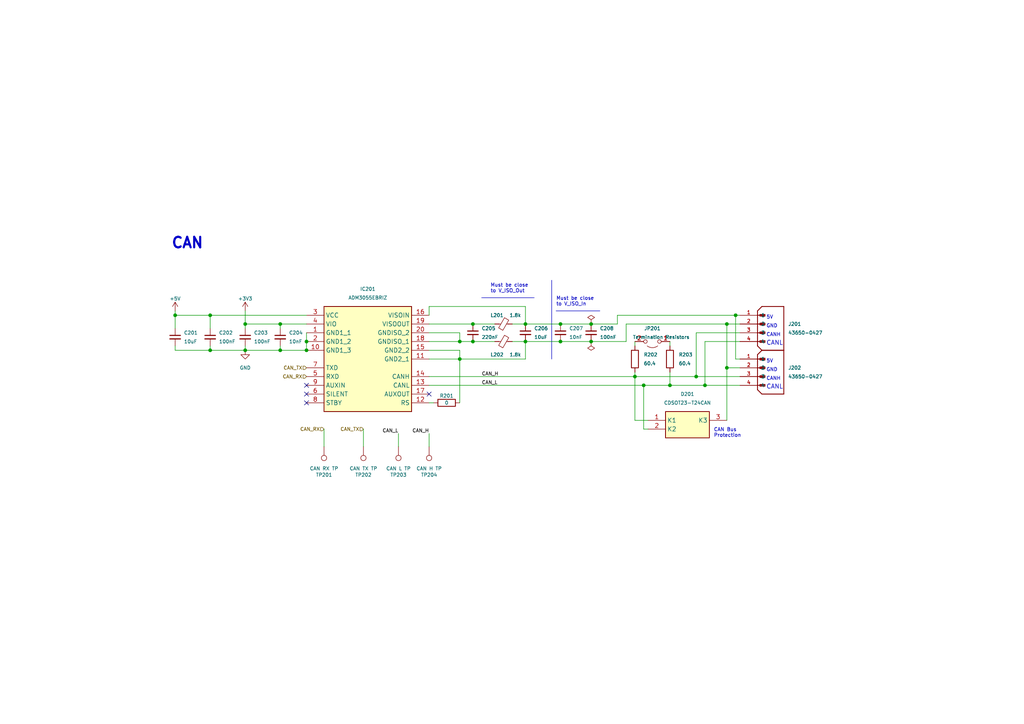
<source format=kicad_sch>
(kicad_sch (version 20230121) (generator eeschema)
  (paper "A4")
  (title_block (title "Blackbody B") (date "2023-07-16") (rev "v0.2.0") (company "LHR Solar") (comment 1 "Matthew Yu") (comment 2 "Jacob Pustilnik") (comment 3 "Gary Hallock"))
  (lib_symbols
    (symbol "Connector:TestPoint" (pin_numbers hide) (pin_names (offset 0.762) hide)
      (property "Reference" "TP" (at 0 6.858 0))
      (property "Value" "TestPoint" (at 0 5.08 0))
      (symbol "TestPoint_0_1"
        (circle (center 0 3.302) (radius 0.762))
      )
      (symbol "TestPoint_1_1"
        (pin passive line (at 0 0 90) (length 2.54) (name "1") (number "1"))
      )
    )
    (symbol "Device:C_Small" (pin_numbers hide) (pin_names (offset 0.254) hide)
      (property "Reference" "C" (at 0.254 1.778 0))
      (property "Value" "C_Small" (at 0.254 -2.032 0))
      (symbol "C_Small_0_1"
        (polyline (pts (xy -1.524 -0.508) (xy 1.524 -0.508)) (stroke (width 0.3302)))
        (polyline (pts (xy -1.524 0.508) (xy 1.524 0.508)) (stroke (width 0.3048)))
      )
      (symbol "C_Small_1_1"
        (pin passive line (at 0 2.54 270) (length 2.032) (name "~") (number "1"))
        (pin passive line (at 0 -2.54 90) (length 2.032) (name "~") (number "2"))
      )
    )
    (symbol "Device:FerriteBead_Small" (pin_numbers hide) (pin_names (offset 0))
      (property "Reference" "FB" (at 1.905 1.27 0))
      (property "Value" "FerriteBead_Small" (at 1.905 -1.27 0))
      (symbol "FerriteBead_Small_0_1"
        (polyline (pts (xy 0 -1.27) (xy 0 -0.7874)))
        (polyline (pts (xy 0 0.889) (xy 0 1.2954)))
        (polyline (pts (xy -1.8288 0.2794) (xy -1.1176 1.4986) (xy 1.8288 -0.2032) (xy 1.1176 -1.4224) (xy -1.8288 0.2794)))
      )
      (symbol "FerriteBead_Small_1_1"
        (pin passive line (at 0 2.54 270) (length 1.27) (name "~") (number "1"))
        (pin passive line (at 0 -2.54 90) (length 1.27) (name "~") (number "2"))
      )
    )
    (symbol "Device:R" (pin_numbers hide) (pin_names (offset 0))
      (property "Reference" "R" (at 2.032 0 90))
      (property "Value" "R" (at 0 0 90))
      (symbol "R_0_1"
        (rectangle (start -1.016 -2.54) (end 1.016 2.54) (stroke (width 0.254)))
      )
      (symbol "R_1_1"
        (pin passive line (at 0 3.81 270) (length 1.27) (name "~") (number "1"))
        (pin passive line (at 0 -3.81 90) (length 1.27) (name "~") (number "2"))
      )
    )
    (symbol "Jumper:Jumper_2_Open" (pin_names (offset 0) hide)
      (property "Reference" "JP" (at 0 2.794 0))
      (property "Value" "Jumper_2_Open" (at 0 -2.286 0))
      (symbol "Jumper_2_Open_0_0"
        (circle (center -2.032 0) (radius 0.508))
        (circle (center 2.032 0) (radius 0.508))
      )
      (symbol "Jumper_2_Open_0_1"
        (arc (start 1.524 1.27) (mid 0 1.778) (end -1.524 1.27))
      )
      (symbol "Jumper_2_Open_1_1"
        (pin passive line (at -5.08 0 0) (length 2.54) (name "A") (number "1"))
        (pin passive line (at 5.08 0 180) (length 2.54) (name "B") (number "2"))
      )
    )
    (symbol "analog_ADM3055EBRIZ:ADM3055EBRIZ"
      (property "Reference" "IC" (at 31.75 7.62 0))
      (property "Value" "ADM3055EBRIZ" (at 31.75 5.08 0))
      (symbol "ADM3055EBRIZ_1_1"
        (rectangle (start 5.08 2.54) (end 30.48 -27.94) (stroke (width 0.254)) (fill (type background)))
        (pin passive line (at 0 -5.08 0) (length 5.08) (name "GND1_1") (number "1"))
        (pin passive line (at 0 -10.16 0) (length 5.08) (name "GND1_3") (number "10"))
        (pin passive line (at 35.56 -12.7 180) (length 5.08) (name "GND2_1") (number "11"))
        (pin passive line (at 35.56 -25.4 180) (length 5.08) (name "RS") (number "12"))
        (pin passive line (at 35.56 -20.32 180) (length 5.08) (name "CANL") (number "13"))
        (pin passive line (at 35.56 -17.78 180) (length 5.08) (name "CANH") (number "14"))
        (pin passive line (at 35.56 -10.16 180) (length 5.08) (name "GND2_2") (number "15"))
        (pin passive line (at 35.56 0 180) (length 5.08) (name "VISOIN") (number "16"))
        (pin passive line (at 35.56 -22.86 180) (length 5.08) (name "AUXOUT") (number "17"))
        (pin passive line (at 35.56 -7.62 180) (length 5.08) (name "GNDISO_1") (number "18"))
        (pin passive line (at 35.56 -2.54 180) (length 5.08) (name "VISOOUT") (number "19"))
        (pin passive line (at 0 -7.62 0) (length 5.08) (name "GND1_2") (number "2"))
        (pin passive line (at 35.56 -5.08 180) (length 5.08) (name "GNDISO_2") (number "20"))
        (pin passive line (at 0 0 0) (length 5.08) (name "VCC") (number "3"))
        (pin passive line (at 0 -2.54 0) (length 5.08) (name "VIO") (number "4"))
        (pin passive line (at 0 -17.78 0) (length 5.08) (name "RXD") (number "5"))
        (pin passive line (at 0 -22.86 0) (length 5.08) (name "SILENT") (number "6"))
        (pin passive line (at 0 -15.24 0) (length 5.08) (name "TXD") (number "7"))
        (pin passive line (at 0 -25.4 0) (length 5.08) (name "STBY") (number "8"))
        (pin passive line (at 0 -20.32 0) (length 5.08) (name "AUXIN") (number "9"))
      )
    )
    (symbol "bourns_CDSOT23_T24CAN:CDSOT23-T24CAN"
      (property "Reference" "D" (at 19.05 7.62 0))
      (property "Value" "CDSOT23-T24CAN" (at 19.05 5.08 0))
      (symbol "CDSOT23-T24CAN_1_1"
        (rectangle (start 5.08 2.54) (end 17.78 -5.08) (stroke (width 0.254)) (fill (type background)))
        (pin passive line (at 0 0 0) (length 5.08) (name "K1") (number "1"))
        (pin passive line (at 0 -2.54 0) (length 5.08) (name "K2") (number "2"))
        (pin passive line (at 22.86 0 180) (length 5.08) (name "K3") (number "3"))
      )
    )
    (symbol "molex_microfit_43650_0427:43650-0427" (pin_names (offset 1.016))
      (property "Reference" "J" (at 0 6.35 0))
      (property "Value" "43650-0427" (at 0 -10.16 0))
      (symbol "43650-0427_0_0"
        (polyline (pts (xy 0 -6.35) (xy 1.27 -7.62)) (stroke (width 0.254)))
        (polyline (pts (xy 0 -5.08) (xy 1.905 -5.08)) (stroke (width 0.254)))
        (polyline (pts (xy 0 -2.54) (xy 1.905 -2.54)) (stroke (width 0.254)))
        (polyline (pts (xy 0 0) (xy 1.905 0)) (stroke (width 0.254)))
        (polyline (pts (xy 0 2.54) (xy 0 -6.35)) (stroke (width 0.254)))
        (polyline (pts (xy 0 2.54) (xy 1.905 2.54)) (stroke (width 0.254)))
        (polyline (pts (xy 0 3.81) (xy 0 2.54)) (stroke (width 0.254)))
        (polyline (pts (xy 0 3.81) (xy 1.27 5.08)) (stroke (width 0.254)))
        (polyline (pts (xy 1.27 -7.62) (xy 7.62 -7.62)) (stroke (width 0.254)))
        (polyline (pts (xy 7.62 -7.62) (xy 7.62 5.08)) (stroke (width 0.254)))
        (polyline (pts (xy 7.62 5.08) (xy 1.27 5.08)) (stroke (width 0.254)))
        (rectangle (start 0.635 -5.3975) (end 2.2225 -4.7625) (stroke (width 0.1)) (fill (type outline)))
        (rectangle (start 0.635 -2.8575) (end 2.2225 -2.2225) (stroke (width 0.1)) (fill (type outline)))
        (rectangle (start 0.635 -0.3175) (end 2.2225 0.3175) (stroke (width 0.1)) (fill (type outline)))
        (rectangle (start 0.635 2.2225) (end 2.2225 2.8575) (stroke (width 0.1)) (fill (type outline)))
        (pin passive line (at -5.08 2.54 0) (length 5.08) (name "1") (number "1"))
        (pin passive line (at -5.08 0 0) (length 5.08) (name "2") (number "2"))
        (pin passive line (at -5.08 -2.54 0) (length 5.08) (name "3") (number "3"))
        (pin passive line (at -5.08 -5.08 0) (length 5.08) (name "4") (number "4"))
      )
    )
    (symbol "power:+3V3" (power) (pin_names (offset 0))
      (property "Value" "+3V3" (at 0 3.556 0))
      (symbol "+3V3_0_1"
        (polyline (pts (xy -0.762 1.27) (xy 0 2.54)))
        (polyline (pts (xy 0 0) (xy 0 2.54)))
        (polyline (pts (xy 0 2.54) (xy 0.762 1.27)))
      )
      (symbol "+3V3_1_1"
        (pin power_in line (at 0 0 90) (length 0) hide (name "+3V3") (number "1"))
      )
    )
    (symbol "power:+5V" (power) (pin_names (offset 0))
      (property "Value" "+5V" (at 0 3.556 0))
      (symbol "+5V_0_1"
        (polyline (pts (xy -0.762 1.27) (xy 0 2.54)))
        (polyline (pts (xy 0 0) (xy 0 2.54)))
        (polyline (pts (xy 0 2.54) (xy 0.762 1.27)))
      )
      (symbol "+5V_1_1"
        (pin power_in line (at 0 0 90) (length 0) hide (name "+5V") (number "1"))
      )
    )
    (symbol "power:GND" (power) (pin_names (offset 0))
      (property "Value" "GND" (at 0 -3.81 0))
      (symbol "GND_0_1"
        (polyline (pts (xy 0 0) (xy 0 -1.27) (xy 1.27 -1.27) (xy 0 -2.54) (xy -1.27 -1.27) (xy 0 -1.27)))
      )
      (symbol "GND_1_1"
        (pin power_in line (at 0 0 270) (length 0) hide (name "GND") (number "1"))
      )
    )
    (symbol "power:PWR_FLAG" (power) (pin_numbers hide) (pin_names (offset 0) hide)
      (property "Value" "PWR_FLAG" (at 0 3.81 0))
      (symbol "PWR_FLAG_0_0"
        (pin power_out line (at 0 0 90) (length 0) (name "pwr") (number "1"))
      )
      (symbol "PWR_FLAG_0_1"
        (polyline (pts (xy 0 0) (xy 0 1.27) (xy -1.016 1.905) (xy 0 2.54) (xy 1.016 1.905) (xy 0 1.27)))
      )
    )
  )
  (junction (at 133.35 104.14))
  (junction (at 186.69 111.76))
  (junction (at 81.28 101.6))
  (junction (at 210.82 93.98))
  (junction (at 71.12 101.6))
  (junction (at 204.47 111.76))
  (junction (at 137.16 99.06))
  (junction (at 162.56 99.06))
  (junction (at 60.96 101.6))
  (junction (at 60.96 91.44))
  (junction (at 133.35 99.06))
  (junction (at 71.12 93.98))
  (junction (at 162.56 93.98))
  (junction (at 88.9 99.06))
  (junction (at 152.4 93.98))
  (junction (at 81.28 93.98))
  (junction (at 50.8 91.44))
  (junction (at 88.9 101.6))
  (junction (at 137.16 93.98))
  (junction (at 184.15 109.22))
  (junction (at 171.45 93.98))
  (junction (at 194.31 111.76))
  (junction (at 201.93 109.22))
  (junction (at 152.4 99.06))
  (junction (at 171.45 99.06))
  (junction (at 210.82 106.68))
  (junction (at 213.36 91.44))
  (no_connect (at 88.9 114.3))
  (no_connect (at 124.46 114.3))
  (no_connect (at 88.9 116.84))
  (no_connect (at 88.9 111.76))
  (wire (pts (xy 148.59 99.06) (xy 152.4 99.06)))
  (wire (pts (xy 137.16 99.06) (xy 143.51 99.06)))
  (wire (pts (xy 88.9 96.52) (xy 88.9 99.06)))
  (wire (pts (xy 133.35 99.06) (xy 137.16 99.06)))
  (wire (pts (xy 124.46 116.84) (xy 125.73 116.84)))
  (wire (pts (xy 137.16 93.98) (xy 143.51 93.98)))
  (wire (pts (xy 81.28 101.6) (xy 81.28 100.33)))
  (wire (pts (xy 210.82 106.68) (xy 214.63 106.68)))
  (wire (pts (xy 71.12 101.6) (xy 81.28 101.6)))
  (wire (pts (xy 71.12 93.98) (xy 81.28 93.98)))
  (wire (pts (xy 124.46 88.9) (xy 152.4 88.9)))
  (wire (pts (xy 186.69 124.46) (xy 187.96 124.46)))
  (wire (pts (xy 194.31 111.76) (xy 204.47 111.76)))
  (wire (pts (xy 133.35 96.52) (xy 133.35 99.06)))
  (wire (pts (xy 133.35 104.14) (xy 133.35 101.6)))
  (wire (pts (xy 71.12 90.17) (xy 71.12 93.98)))
  (wire (pts (xy 71.12 100.33) (xy 71.12 101.6)))
  (wire (pts (xy 60.96 100.33) (xy 60.96 101.6)))
  (wire (pts (xy 184.15 109.22) (xy 184.15 107.95)))
  (wire (pts (xy 60.96 101.6) (xy 71.12 101.6)))
  (wire (pts (xy 133.35 116.84) (xy 133.35 104.14)))
  (wire (pts (xy 194.31 99.06) (xy 194.31 100.33)))
  (wire (pts (xy 124.46 125.73) (xy 124.46 129.54)))
  (wire (pts (xy 105.41 124.46) (xy 105.41 129.54)))
  (wire (pts (xy 179.07 93.98) (xy 179.07 91.44)))
  (wire (pts (xy 204.47 111.76) (xy 214.63 111.76)))
  (wire (pts (xy 210.82 106.68) (xy 210.82 121.92)))
  (polyline (pts (xy 160.02 81.28) (xy 160.02 104.14)))
  (wire (pts (xy 124.46 93.98) (xy 137.16 93.98)))
  (wire (pts (xy 152.4 99.06) (xy 152.4 104.14)))
  (wire (pts (xy 213.36 91.44) (xy 213.36 104.14)))
  (wire (pts (xy 50.8 100.33) (xy 50.8 101.6)))
  (wire (pts (xy 210.82 93.98) (xy 214.63 93.98)))
  (wire (pts (xy 88.9 91.44) (xy 60.96 91.44)))
  (wire (pts (xy 181.61 93.98) (xy 210.82 93.98)))
  (wire (pts (xy 162.56 93.98) (xy 171.45 93.98)))
  (wire (pts (xy 81.28 93.98) (xy 88.9 93.98)))
  (wire (pts (xy 124.46 109.22) (xy 184.15 109.22)))
  (wire (pts (xy 115.57 125.73) (xy 115.57 129.54)))
  (wire (pts (xy 184.15 99.06) (xy 184.15 100.33)))
  (wire (pts (xy 124.46 88.9) (xy 124.46 91.44)))
  (wire (pts (xy 124.46 101.6) (xy 133.35 101.6)))
  (wire (pts (xy 148.59 93.98) (xy 152.4 93.98)))
  (wire (pts (xy 50.8 101.6) (xy 60.96 101.6)))
  (wire (pts (xy 152.4 88.9) (xy 152.4 93.98)))
  (wire (pts (xy 81.28 101.6) (xy 88.9 101.6)))
  (wire (pts (xy 93.98 124.46) (xy 93.98 129.54)))
  (wire (pts (xy 152.4 93.98) (xy 162.56 93.98)))
  (wire (pts (xy 186.69 111.76) (xy 186.69 124.46)))
  (wire (pts (xy 186.69 111.76) (xy 194.31 111.76)))
  (wire (pts (xy 213.36 104.14) (xy 214.63 104.14)))
  (wire (pts (xy 133.35 104.14) (xy 152.4 104.14)))
  (wire (pts (xy 50.8 91.44) (xy 50.8 95.25)))
  (wire (pts (xy 210.82 93.98) (xy 210.82 106.68)))
  (wire (pts (xy 171.45 93.98) (xy 179.07 93.98)))
  (wire (pts (xy 152.4 99.06) (xy 162.56 99.06)))
  (wire (pts (xy 204.47 111.76) (xy 204.47 99.06)))
  (wire (pts (xy 124.46 104.14) (xy 133.35 104.14)))
  (wire (pts (xy 201.93 96.52) (xy 214.63 96.52)))
  (wire (pts (xy 60.96 91.44) (xy 50.8 91.44)))
  (wire (pts (xy 194.31 111.76) (xy 194.31 107.95)))
  (wire (pts (xy 124.46 96.52) (xy 133.35 96.52)))
  (wire (pts (xy 124.46 111.76) (xy 186.69 111.76)))
  (wire (pts (xy 50.8 90.17) (xy 50.8 91.44)))
  (wire (pts (xy 201.93 109.22) (xy 214.63 109.22)))
  (wire (pts (xy 88.9 99.06) (xy 88.9 101.6)))
  (polyline (pts (xy 161.29 90.17) (xy 173.99 90.17)))
  (wire (pts (xy 81.28 93.98) (xy 81.28 95.25)))
  (wire (pts (xy 171.45 99.06) (xy 181.61 99.06)))
  (wire (pts (xy 181.61 99.06) (xy 181.61 93.98)))
  (wire (pts (xy 204.47 99.06) (xy 214.63 99.06)))
  (wire (pts (xy 162.56 99.06) (xy 171.45 99.06)))
  (wire (pts (xy 124.46 99.06) (xy 133.35 99.06)))
  (wire (pts (xy 184.15 109.22) (xy 184.15 121.92)))
  (wire (pts (xy 213.36 91.44) (xy 214.63 91.44)))
  (wire (pts (xy 201.93 109.22) (xy 201.93 96.52)))
  (wire (pts (xy 184.15 109.22) (xy 201.93 109.22)))
  (polyline (pts (xy 139.7 86.36) (xy 154.94 86.36)))
  (wire (pts (xy 179.07 91.44) (xy 213.36 91.44)))
  (wire (pts (xy 184.15 121.92) (xy 187.96 121.92)))
  (wire (pts (xy 60.96 91.44) (xy 60.96 95.25)))
  (wire (pts (xy 71.12 93.98) (xy 71.12 95.25)))
  (text "CANL" (at 222.25 100.33 0) (effects (font (size 1.27 1.27)) (justify left bottom)))
  (text "CANH" (at 222.25 97.79 0) (effects (font (size 1.016 1.016)) (justify left bottom)))
  (text "GND\n" (at 222.25 107.95 0) (effects (font (size 1.016 1.016)) (justify left bottom)))
  (text "5V" (at 222.25 92.71 0) (effects (font (size 1.016 1.016)) (justify left bottom)))
  (text "5V" (at 222.25 105.41 0) (effects (font (size 1.016 1.016)) (justify left bottom)))
  (text "GND\n" (at 222.25 95.25 0) (effects (font (size 1.016 1.016)) (justify left bottom)))
  (text "CAN Bus\nProtection" (at 207.01 127 0) (effects (font (size 1.016 1.016)) (justify left bottom)))
  (text "CANH" (at 222.25 110.49 0) (effects (font (size 1.016 1.016)) (justify left bottom)))
  (text "CAN" (at 49.53 72.39 0) (effects (font (size 3.048 3.048) (thickness 0.6096) bold) (justify left bottom)))
  (text "Must be close\nto V_ISO_In" (at 161.29 88.9 0) (effects (font (size 1.016 1.016)) (justify left bottom)))
  (text "Must be close\nto V_ISO_Out" (at 142.24 85.09 0) (effects (font (size 1.016 1.016)) (justify left bottom)))
  (text "CANL" (at 222.25 113.03 0) (effects (font (size 1.27 1.27)) (justify left bottom)))
  (label "CAN_L" (at 115.57 125.73 180) (effects (font (size 1 1))))
  (label "CAN_L" (at 139.7 111.76 0) (effects (font (size 1 1))))
  (label "CAN_H" (at 139.7 109.22 0) (effects (font (size 1 1))))
  (label "CAN_H" (at 124.46 125.73 180) (effects (font (size 1 1))))
  (hierarchical_label "CAN_TX" (shape input) (at 105.41 124.46 180) (effects (font (size 1 1))))
  (hierarchical_label "CAN_RX" (shape input) (at 93.98 124.46 180) (effects (font (size 1 1))))
  (hierarchical_label "CAN_TX" (shape input) (at 88.9 106.68 180) (effects (font (size 1 1))))
  (hierarchical_label "CAN_RX" (shape input) (at 88.9 109.22 180) (effects (font (size 1 1))))
  (symbol (lib_id "Device:R") (at 129.54 116.84 90) (unit 1)
    (property "Reference" "R201" (at 129.54 114.808 90) (effects (font (size 1 1))))
    (property "Value" "0" (at 129.54 116.84 90) (effects (font (size 1 1))))
    (property "Footprint" "Resistor_SMD:R_0402_1005Metric" (effects hide))
    (property "Datasheet" "https://datasheet.lcsc.com/lcsc/2206010216_UNI-ROYAL-Uniroyal-Elec-0402WGF0000TCE_C17168.pdf" (effects hide))
    (property "Distributor" "JLCPCB" (effects hide))
    (property "Manufacturer" "UNI-ROYAL(Uniroyal Elec)" (effects hide))
    (property "P/N" "0402WGF0000TCE" (effects hide))
    (property "LCSC Part #" "C17168" (effects hide))
    (property "Cost" "0.0005" (effects hide))
    (instances (project "blackbody_b" (path "" (reference "R201") (unit 1))) (project "blackbody_a" (path "" (reference "R9") (unit 1)) (path "" (reference "R401") (unit 1))))
  )
  (symbol (lib_id "Device:C_Small") (at 60.96 97.79 0) (unit 1)
    (property "Reference" "C202" (at 63.5 96.52 0) (effects (font (size 1 1)) (justify left)))
    (property "Value" "100nF" (at 63.5 99.06 0) (effects (font (size 1 1)) (justify left)))
    (property "Footprint" "Capacitor_SMD:C_0402_1005Metric" (effects hide))
    (property "Datasheet" "https://datasheet.lcsc.com/lcsc/2304140030_Samsung-Electro-Mechanics-CL05B104KO5NNNC_C1525.pdf" (effects hide))
    (property "Distributor" "JLCPCB" (effects hide))
    (property "Manufacturer" "Samsung Electro-Mechanics" (effects hide))
    (property "P/N" "CL05B104KO5NNNC" (effects hide))
    (property "LCSC Part #" "C1525" (effects hide))
    (property "Cost" "0.0008" (effects hide))
    (property "Notes" "Rated for 16V." (effects hide))
    (instances (project "blackbody_b" (path "" (reference "C202") (unit 1))) (project "blackbody_a" (path "" (reference "C6") (unit 1)) (path "" (reference "C402") (unit 1))))
  )
  (symbol (lib_id "Connector:TestPoint") (at 105.41 129.54 180) (unit 1)
    (property "Reference" "TP202" (at 105.41 137.16 0) (effects (font (size 1 1)) (justify bottom)))
    (property "Value" "CAN TX TP" (at 105.41 135.89 0) (effects (font (size 1 1))))
    (property "Footprint" "TestPoint:TestPoint_Pad_1.0x1.0mm" (effects hide))
    (instances (project "blackbody_b" (path "" (reference "TP202") (unit 1))) (project "blackbody_a" (path "" (reference "TP6") (unit 1)) (path "" (reference "TP402") (unit 1))))
  )
  (symbol (lib_id "Device:C_Small") (at 171.45 96.52 0) (unit 1)
    (property "Reference" "C208" (at 173.99 95.25 0) (effects (font (size 1 1)) (justify left)))
    (property "Value" "100nF" (at 173.99 97.79 0) (effects (font (size 1 1)) (justify left)))
    (property "Footprint" "Capacitor_SMD:C_0402_1005Metric" (effects hide))
    (property "Datasheet" "https://datasheet.lcsc.com/lcsc/2304140030_Samsung-Electro-Mechanics-CL05B104KO5NNNC_C1525.pdf" (effects hide))
    (property "Distributor" "JLCPCB" (effects hide))
    (property "Manufacturer" "Samsung Electro-Mechanics" (effects hide))
    (property "P/N" "CL05B104KO5NNNC" (effects hide))
    (property "LCSC Part #" "C1525" (effects hide))
    (property "Cost" "0.0008" (effects hide))
    (property "Notes" "Rated for 16V." (effects hide))
    (instances (project "blackbody_b" (path "" (reference "C208") (unit 1))) (project "blackbody_a" (path "" (reference "C6") (unit 1)) (path "" (reference "C408") (unit 1))))
  )
  (symbol (lib_id "Connector:TestPoint") (at 115.57 129.54 180) (unit 1)
    (property "Reference" "TP203" (at 115.57 137.16 0) (effects (font (size 1 1)) (justify bottom)))
    (property "Value" "CAN L TP" (at 115.57 135.89 0) (effects (font (size 1 1))))
    (property "Footprint" "TestPoint:TestPoint_Pad_1.0x1.0mm" (effects hide))
    (instances (project "blackbody_b" (path "" (reference "TP203") (unit 1))) (project "blackbody_a" (path "" (reference "TP6") (unit 1)) (path "" (reference "TP403") (unit 1))))
  )
  (symbol (lib_id "power:GND") (at 71.12 101.6 0) (unit 1)
    (property "Reference" "#PWR0203" (effects hide))
    (property "Value" "GND" (at 71.12 106.68 0) (effects (font (size 1 1))))
    (instances (project "blackbody_b" (path "" (reference "#PWR0203") (unit 1))) (project "blackbody_a" (path "" (reference "#PWR0403") (unit 1))))
  )
  (symbol (lib_id "Device:R") (at 194.31 104.14 0) (unit 1)
    (property "Reference" "R203" (at 196.85 102.87 0) (effects (font (size 1 1)) (justify left)))
    (property "Value" "60.4" (at 196.85 105.41 0) (effects (font (size 1 1)) (justify left)))
    (property "Footprint" "Resistor_SMD:R_0402_1005Metric" (effects hide))
    (property "Datasheet" "https://datasheet.lcsc.com/lcsc/2205312345_UNI-ROYAL-Uniroyal-Elec-0402WGF604JTCE_C60310.pdf" (effects hide))
    (property "Distributor" "Mouser" (effects hide))
    (property "Manufacturer" "Bourns" (effects hide))
    (property "P/N" "CR0402-FX-60R4GLF" (effects hide))
    (property "Cost" "0.10" (effects hide))
    (property "Notes" "Sub for 60 Ohm. Should be within tolerance." (effects hide))
    (instances (project "blackbody_b" (path "" (reference "R203") (unit 1))) (project "blackbody_a" (path "" (reference "R10") (unit 1)) (path "" (reference "R403") (unit 1))))
  )
  (symbol (lib_id "Connector:TestPoint") (at 93.98 129.54 180) (unit 1)
    (property "Reference" "TP201" (at 93.98 137.16 0) (effects (font (size 1 1)) (justify bottom)))
    (property "Value" "CAN RX TP" (at 93.98 135.89 0) (effects (font (size 1 1))))
    (property "Footprint" "TestPoint:TestPoint_Pad_1.0x1.0mm" (effects hide))
    (instances (project "blackbody_b" (path "" (reference "TP201") (unit 1))) (project "blackbody_a" (path "" (reference "TP6") (unit 1)) (path "" (reference "TP401") (unit 1))))
  )
  (symbol (lib_id "Connector:TestPoint") (at 124.46 129.54 180) (unit 1)
    (property "Reference" "TP204" (at 124.46 137.16 0) (effects (font (size 1 1)) (justify bottom)))
    (property "Value" "CAN H TP" (at 124.46 135.89 0) (effects (font (size 1 1))))
    (property "Footprint" "TestPoint:TestPoint_Pad_1.0x1.0mm" (effects hide))
    (instances (project "blackbody_b" (path "" (reference "TP204") (unit 1))) (project "blackbody_a" (path "" (reference "TP6") (unit 1)) (path "" (reference "TP404") (unit 1))))
  )
  (symbol (lib_id "Device:C_Small") (at 162.56 96.52 0) (unit 1)
    (property "Reference" "C207" (at 165.1 95.25 0) (effects (font (size 1 1)) (justify left)))
    (property "Value" "10nF" (at 165.1 97.79 0) (effects (font (size 1 1)) (justify left)))
    (property "Footprint" "Capacitor_SMD:C_0402_1005Metric" (effects hide))
    (property "Datasheet" "https://datasheet.lcsc.com/lcsc/2304140030_Samsung-Electro-Mechanics-CL05B103KB5NNNC_C15195.pdf" (effects hide))
    (property "Distributor" "JLCPCB" (effects hide))
    (property "Manufacturer" "Samsung Electro-Mechanics" (effects hide))
    (property "P/N" "CL05B103KB5NNNC" (effects hide))
    (property "LCSC Part #" "C15195" (effects hide))
    (property "Cost" "0.0011" (effects hide))
    (property "Notes" "Rated for 50V." (effects hide))
    (instances (project "blackbody_b" (path "" (reference "C207") (unit 1))) (project "blackbody_a" (path "" (reference "C8") (unit 1)) (path "" (reference "C407") (unit 1))))
  )
  (symbol (lib_id "power:+3V3") (at 71.12 90.17 0) (unit 1)
    (property "Reference" "#PWR0202" (effects hide))
    (property "Value" "+3V3" (at 71.12 86.614 0) (effects (font (size 1 1))))
    (instances (project "blackbody_b" (path "" (reference "#PWR0202") (unit 1))) (project "blackbody_a" (path "" (reference "#PWR017") (unit 1)) (path "" (reference "#PWR0402") (unit 1))))
  )
  (symbol (lib_id "power:+5V") (at 50.8 90.17 0) (unit 1)
    (property "Reference" "#PWR0201" (effects hide))
    (property "Value" "+5V" (at 50.8 86.614 0) (effects (font (size 1 1))))
    (instances (project "blackbody_b" (path "" (reference "#PWR0201") (unit 1))) (project "blackbody_a" (path "" (reference "#PWR018") (unit 1)) (path "" (reference "#PWR0401") (unit 1))))
  )
  (symbol (lib_id "Device:C_Small") (at 137.16 96.52 0) (unit 1)
    (property "Reference" "C205" (at 139.7 95.25 0) (effects (font (size 1 1)) (justify left)))
    (property "Value" "220nF" (at 139.7 97.79 0) (effects (font (size 1 1)) (justify left)))
    (property "Footprint" "Capacitor_SMD:C_0402_1005Metric" (effects hide))
    (property "Datasheet" "https://datasheet.lcsc.com/lcsc/2304140030_Samsung-Electro-Mechanics-CL05B224KO5NNNC-_C16772.pdf" (effects hide))
    (property "Distributor" "JLCPCB" (effects hide))
    (property "Manufacturer" "Samsung Electro-Mechanics" (effects hide))
    (property "P/N" "CL05B224KO5NNNC" (effects hide))
    (property "LCSC Part #" "C16772" (effects hide))
    (property "Cost" "0.0048" (effects hide))
    (property "Notes" "Rated for 16V." (effects hide))
    (instances (project "blackbody_b" (path "" (reference "C205") (unit 1))) (project "blackbody_a" (path "" (reference "C9") (unit 1)) (path "" (reference "C405") (unit 1))))
  )
  (symbol (lib_id "bourns_CDSOT23_T24CAN:CDSOT23-T24CAN") (at 187.96 121.92 0) (unit 1)
    (property "Reference" "D201" (at 199.39 114.3 0) (effects (font (size 1 1))))
    (property "Value" "CDSOT23-T24CAN" (at 199.39 116.84 0) (effects (font (size 1 1))))
    (property "Footprint" "footprints:bourns_CDSOT23_T24CAN" (effects hide))
    (property "Datasheet" "https://www.bourns.com/docs/Product-Datasheets/CDSOT23-T24CAN.pdf" (effects hide))
    (property "Distributor" "Mouser" (effects hide))
    (property "Manufacturer" "Bourns" (effects hide))
    (property "P/N" "CDSOT23-T24CAN-Q" (effects hide))
    (property "Cost" "0.37" (effects hide))
    (instances (project "blackbody_b" (path "" (reference "D201") (unit 1))) (project "blackbody_a" (path "" (reference "D401") (unit 1))))
  )
  (symbol (lib_id "Device:C_Small") (at 71.12 97.79 0) (unit 1)
    (property "Reference" "C203" (at 73.66 96.52 0) (effects (font (size 1 1)) (justify left)))
    (property "Value" "100nF" (at 73.66 99.06 0) (effects (font (size 1 1)) (justify left)))
    (property "Footprint" "Capacitor_SMD:C_0402_1005Metric" (effects hide))
    (property "Datasheet" "https://datasheet.lcsc.com/lcsc/2304140030_Samsung-Electro-Mechanics-CL05B104KO5NNNC_C1525.pdf" (effects hide))
    (property "Distributor" "JLCPCB" (effects hide))
    (property "Manufacturer" "Samsung Electro-Mechanics" (effects hide))
    (property "P/N" "CL05B104KO5NNNC" (effects hide))
    (property "LCSC Part #" "C1525" (effects hide))
    (property "Cost" "0.0008" (effects hide))
    (property "Notes" "Rated for 16V." (effects hide))
    (instances (project "blackbody_b" (path "" (reference "C203") (unit 1))) (project "blackbody_a" (path "" (reference "C6") (unit 1)) (path "" (reference "C403") (unit 1))))
  )
  (symbol (lib_id "Device:C_Small") (at 152.4 96.52 0) (unit 1)
    (property "Reference" "C206" (at 154.94 95.25 0) (effects (font (size 1 1)) (justify left)))
    (property "Value" "10uF" (at 154.94 97.79 0) (effects (font (size 1 1)) (justify left)))
    (property "Footprint" "Capacitor_SMD:C_0402_1005Metric" (effects hide))
    (property "Datasheet" "https://datasheet.lcsc.com/lcsc/2208231630_Samsung-Electro-Mechanics-CL05A106MQ5NUNC_C15525.pdf" (effects hide))
    (property "Distributor" "JLCPCB" (effects hide))
    (property "Manufacturer" "Samsung Electro-Mechanics" (effects hide))
    (property "P/N" "CL05A106MQ5NUNC" (effects hide))
    (property "LCSC Part #" "C15525" (effects hide))
    (property "Cost" "0.0047" (effects hide))
    (property "Notes" "Rated for 6.3V." (effects hide))
    (instances (project "blackbody_b" (path "" (reference "C206") (unit 1))) (project "blackbody_a" (path "" (reference "C5") (unit 1)) (path "" (reference "C406") (unit 1))))
  )
  (symbol (lib_id "power:PWR_FLAG") (at 171.45 93.98 0) (unit 1)
    (property "Reference" "#FLG0201" (effects hide))
    (property "Value" "PWR_FLAG" (effects hide))
    (instances (project "blackbody_b" (path "" (reference "#FLG0201") (unit 1))) (project "blackbody_a" (path "" (reference "#FLG027") (unit 1)) (path "" (reference "#FLG0401") (unit 1))))
  )
  (symbol (lib_id "Jumper:Jumper_2_Open") (at 189.23 99.06 180) (unit 1)
    (property "Reference" "JP201" (at 189.23 95.25 0) (effects (font (size 1 1))))
    (property "Value" "Termination Resistors" (at 191.77 97.79 0) (effects (font (size 1 1))))
    (property "Footprint" "Connector_PinHeader_2.54mm:PinHeader_1x02_P2.54mm_Vertical" (effects hide))
    (instances (project "blackbody_b" (path "" (reference "JP201") (unit 1))) (project "blackbody_a" (path "" (reference "JP1") (unit 1)) (path "" (reference "JP401") (unit 1))))
  )
  (symbol (lib_id "molex_microfit_43650_0427:43650-0427") (at 219.71 93.98 0) (unit 1)
    (property "Reference" "J201" (at 228.6 93.98 0) (effects (font (size 1 1)) (justify left)))
    (property "Value" "43650-0427" (at 228.6 96.52 0) (effects (font (size 1 1)) (justify left)))
    (property "Footprint" "footprints:molex_microfit_43650_0427" (effects hide))
    (property "Datasheet" "https://www.molex.com/content/dam/molex/molex-dot-com/products/automated/en-us/salesdrawingpdf/436/43650/436500427_sd.pdf" (effects hide))
    (property "Distributor" "Mouser" (effects hide))
    (property "Manufacturer" "Molex" (effects hide))
    (property "P/N" "43650-0427" (effects hide))
    (property "Cost" "1.41" (effects hide))
    (instances (project "blackbody_b" (path "" (reference "J201") (unit 1))) (project "blackbody_a" (path "" (reference "J401") (unit 1))))
  )
  (symbol (lib_id "analog_ADM3055EBRIZ:ADM3055EBRIZ") (at 88.9 91.44 0) (unit 1)
    (property "Reference" "IC201" (at 106.68 83.82 0) (effects (font (size 1 1))))
    (property "Value" "ADM3055EBRIZ" (at 106.68 86.36 0) (effects (font (size 1 1))))
    (property "Footprint" "footprints:analog_ADM3055EBRIZ" (effects hide))
    (property "Datasheet" "https://www.analog.com/media/en/technical-documentation/data-sheets/ADM3055E.pdf" (effects hide))
    (property "Distributor" "JLCPCB" (effects hide))
    (property "Manufacturer" "Analog Devices" (effects hide))
    (property "P/N" "ADM3055EBRIZ-RL" (effects hide))
    (property "LCSC Part #" "C658105" (effects hide))
    (property "Cost" "8.5065" (effects hide))
    (instances (project "blackbody_b" (path "" (reference "IC201") (unit 1))) (project "blackbody_a" (path "" (reference "IC401") (unit 1))))
  )
  (symbol (lib_id "Device:R") (at 184.15 104.14 0) (unit 1)
    (property "Reference" "R202" (at 186.69 102.87 0) (effects (font (size 1 1)) (justify left)))
    (property "Value" "60.4" (at 186.69 105.41 0) (effects (font (size 1 1)) (justify left)))
    (property "Footprint" "Resistor_SMD:R_0402_1005Metric" (effects hide))
    (property "Datasheet" "https://datasheet.lcsc.com/lcsc/2205312345_UNI-ROYAL-Uniroyal-Elec-0402WGF604JTCE_C60310.pdf" (effects hide))
    (property "Distributor" "Mouser" (effects hide))
    (property "Manufacturer" "Bourns" (effects hide))
    (property "P/N" "CR0402-FX-60R4GLF" (effects hide))
    (property "Cost" "0.10" (effects hide))
    (property "Notes" "Sub for 60 Ohm. Should be within tolerance." (effects hide))
    (instances (project "blackbody_b" (path "" (reference "R202") (unit 1))) (project "blackbody_a" (path "" (reference "R10") (unit 1)) (path "" (reference "R402") (unit 1))))
  )
  (symbol (lib_id "Device:FerriteBead_Small") (at 146.05 93.98 270) (unit 1)
    (property "Reference" "L201" (at 142.24 91.44 90) (effects (font (size 1 1)) (justify left)))
    (property "Value" "1.8k" (at 151.13 91.44 90) (effects (font (size 1 1)) (justify right)))
    (property "Footprint" "Inductor_SMD:L_0402_1005Metric" (effects hide))
    (property "Datasheet" "https://jlcpcb.com/partdetail/Tdk-MMZ1005Y182CT000/C2683172#:~:text=Datasheet-,Download,-Source" (effects hide))
    (property "Distributor" "Mouser" (effects hide))
    (property "Manufacturer" "TDK" (effects hide))
    (property "P/N" "MMZ1005Y182CT000" (effects hide))
    (property "Cost" "0.10" (effects hide))
    (instances (project "blackbody_b" (path "" (reference "L201") (unit 1))) (project "blackbody_a" (path "" (reference "L2") (unit 1)) (path "" (reference "L401") (unit 1))))
  )
  (symbol (lib_id "Device:C_Small") (at 50.8 97.79 0) (unit 1)
    (property "Reference" "C201" (at 53.34 96.52 0) (effects (font (size 1 1)) (justify left)))
    (property "Value" "10uF" (at 53.34 99.06 0) (effects (font (size 1 1)) (justify left)))
    (property "Footprint" "Capacitor_SMD:C_0402_1005Metric" (effects hide))
    (property "Datasheet" "https://datasheet.lcsc.com/lcsc/2208231630_Samsung-Electro-Mechanics-CL05A106MQ5NUNC_C15525.pdf" (effects hide))
    (property "Distributor" "JLCPCB" (effects hide))
    (property "Manufacturer" "Samsung Electro-Mechanics" (effects hide))
    (property "P/N" "CL05A106MQ5NUNC" (effects hide))
    (property "LCSC Part #" "C15525" (effects hide))
    (property "Cost" "0.0047" (effects hide))
    (property "Notes" "Rated for 6.3V." (effects hide))
    (instances (project "blackbody_b" (path "" (reference "C201") (unit 1))) (project "blackbody_a" (path "" (reference "C5") (unit 1)) (path "" (reference "C401") (unit 1))))
  )
  (symbol (lib_id "Device:C_Small") (at 81.28 97.79 0) (unit 1)
    (property "Reference" "C204" (at 83.82 96.52 0) (effects (font (size 1 1)) (justify left)))
    (property "Value" "10nF" (at 83.82 99.06 0) (effects (font (size 1 1)) (justify left)))
    (property "Footprint" "Capacitor_SMD:C_0402_1005Metric" (effects hide))
    (property "Datasheet" "https://datasheet.lcsc.com/lcsc/2304140030_Samsung-Electro-Mechanics-CL05B103KB5NNNC_C15195.pdf" (effects hide))
    (property "Distributor" "JLCPCB" (effects hide))
    (property "Manufacturer" "Samsung Electro-Mechanics" (effects hide))
    (property "P/N" "CL05B103KB5NNNC" (effects hide))
    (property "LCSC Part #" "C15195" (effects hide))
    (property "Cost" "0.0011" (effects hide))
    (property "Notes" "Rated for 50V." (effects hide))
    (instances (project "blackbody_b" (path "" (reference "C204") (unit 1))) (project "blackbody_a" (path "" (reference "C8") (unit 1)) (path "" (reference "C404") (unit 1))))
  )
  (symbol (lib_id "power:PWR_FLAG") (at 171.45 99.06 180) (unit 1)
    (property "Reference" "#FLG0202" (effects hide))
    (property "Value" "PWR_FLAG" (effects hide))
    (instances (project "blackbody_b" (path "" (reference "#FLG0202") (unit 1))) (project "blackbody_a" (path "" (reference "#FLG028") (unit 1)) (path "" (reference "#FLG0402") (unit 1))))
  )
  (symbol (lib_id "Device:FerriteBead_Small") (at 146.05 99.06 270) (unit 1)
    (property "Reference" "L202" (at 142.24 102.87 90) (effects (font (size 1 1)) (justify left)))
    (property "Value" "1.8k" (at 151.13 102.87 90) (effects (font (size 1 1)) (justify right)))
    (property "Footprint" "Inductor_SMD:L_0402_1005Metric" (effects hide))
    (property "Datasheet" "https://jlcpcb.com/partdetail/Tdk-MMZ1005Y182CT000/C2683172#:~:text=Datasheet-,Download,-Source" (effects hide))
    (property "Distributor" "Mouser" (effects hide))
    (property "Manufacturer" "TDK" (effects hide))
    (property "P/N" "MMZ1005Y182CT000" (effects hide))
    (property "Cost" "0.10" (effects hide))
    (instances (project "blackbody_b" (path "" (reference "L202") (unit 1))) (project "blackbody_a" (path "" (reference "L3") (unit 1)) (path "" (reference "L402") (unit 1))))
  )
  (symbol (lib_id "molex_microfit_43650_0427:43650-0427") (at 219.71 106.68 0) (unit 1)
    (property "Reference" "J202" (at 228.6 106.68 0) (effects (font (size 1 1)) (justify left)))
    (property "Value" "43650-0427" (at 228.6 109.22 0) (effects (font (size 1 1)) (justify left)))
    (property "Footprint" "footprints:molex_microfit_43650_0427" (effects hide))
    (property "Datasheet" "https://www.molex.com/content/dam/molex/molex-dot-com/products/automated/en-us/salesdrawingpdf/436/43650/436500427_sd.pdf" (effects hide))
    (property "Distributor" "Mouser" (effects hide))
    (property "Manufacturer" "Molex" (effects hide))
    (property "P/N" "43650-0427" (effects hide))
    (property "Cost" "1.41" (effects hide))
    (instances (project "blackbody_b" (path "" (reference "J202") (unit 1))) (project "blackbody_a" (path "" (reference "J402") (unit 1))))
  )
)
</source>
